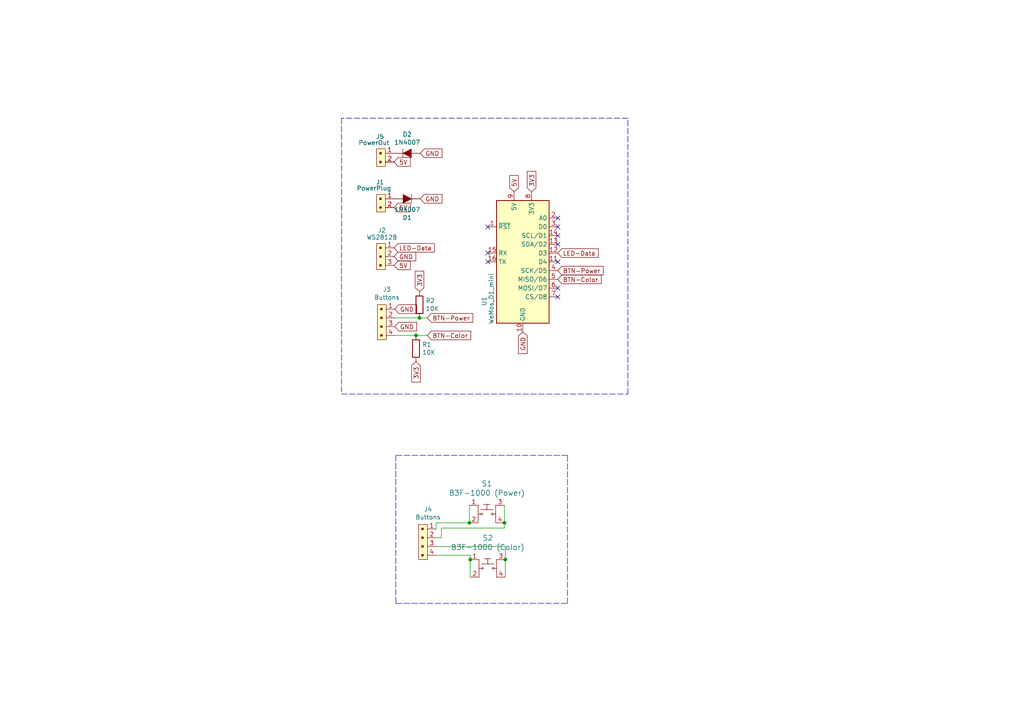
<source format=kicad_sch>
(kicad_sch
	(version 20250114)
	(generator "eeschema")
	(generator_version "9.0")
	(uuid "f20ba5e9-8b48-43c1-b5cc-40850add64a6")
	(paper "A4")
	(title_block
		(title "Hue Ambience clone")
		(date "2020-12-16")
		(rev "1.0")
		(company "Scheidler IT Solutions")
		(comment 1 "SmartHome yourself")
	)
	(lib_symbols
		(symbol "Device:R"
			(pin_numbers
				(hide yes)
			)
			(pin_names
				(offset 0)
			)
			(exclude_from_sim no)
			(in_bom yes)
			(on_board yes)
			(property "Reference" "R"
				(at 2.032 0 90)
				(effects
					(font
						(size 1.27 1.27)
					)
				)
			)
			(property "Value" "R"
				(at 0 0 90)
				(effects
					(font
						(size 1.27 1.27)
					)
				)
			)
			(property "Footprint" ""
				(at -1.778 0 90)
				(effects
					(font
						(size 1.27 1.27)
					)
					(hide yes)
				)
			)
			(property "Datasheet" "~"
				(at 0 0 0)
				(effects
					(font
						(size 1.27 1.27)
					)
					(hide yes)
				)
			)
			(property "Description" "Resistor"
				(at 0 0 0)
				(effects
					(font
						(size 1.27 1.27)
					)
					(hide yes)
				)
			)
			(property "ki_keywords" "R res resistor"
				(at 0 0 0)
				(effects
					(font
						(size 1.27 1.27)
					)
					(hide yes)
				)
			)
			(property "ki_fp_filters" "R_*"
				(at 0 0 0)
				(effects
					(font
						(size 1.27 1.27)
					)
					(hide yes)
				)
			)
			(symbol "R_0_1"
				(rectangle
					(start -1.016 -2.54)
					(end 1.016 2.54)
					(stroke
						(width 0.254)
						(type default)
					)
					(fill
						(type none)
					)
				)
			)
			(symbol "R_1_1"
				(pin passive line
					(at 0 3.81 270)
					(length 1.27)
					(name "~"
						(effects
							(font
								(size 1.27 1.27)
							)
						)
					)
					(number "1"
						(effects
							(font
								(size 1.27 1.27)
							)
						)
					)
				)
				(pin passive line
					(at 0 -3.81 90)
					(length 1.27)
					(name "~"
						(effects
							(font
								(size 1.27 1.27)
							)
						)
					)
					(number "2"
						(effects
							(font
								(size 1.27 1.27)
							)
						)
					)
				)
			)
			(embedded_fonts no)
		)
		(symbol "Hue_Ambience_clone-rescue:D-hc-und-co"
			(pin_numbers
				(hide yes)
			)
			(pin_names
				(offset 1.016)
				(hide yes)
			)
			(exclude_from_sim no)
			(in_bom yes)
			(on_board yes)
			(property "Reference" "D"
				(at 0 2.54 0)
				(effects
					(font
						(size 1.27 1.27)
					)
				)
			)
			(property "Value" "D-hc-und-co"
				(at 0 -2.54 0)
				(effects
					(font
						(size 1.27 1.27)
					)
				)
			)
			(property "Footprint" ""
				(at 0 0 0)
				(effects
					(font
						(size 1.27 1.27)
					)
				)
			)
			(property "Datasheet" ""
				(at 0 0 0)
				(effects
					(font
						(size 1.27 1.27)
					)
				)
			)
			(property "Description" ""
				(at 0 0 0)
				(effects
					(font
						(size 1.27 1.27)
					)
					(hide yes)
				)
			)
			(property "ki_fp_filters" "Diode_* D-Pak_TO252AA *SingleDiode *_Diode_* *SingleDiode*"
				(at 0 0 0)
				(effects
					(font
						(size 1.27 1.27)
					)
					(hide yes)
				)
			)
			(symbol "D-hc-und-co_0_1"
				(polyline
					(pts
						(xy -1.27 1.27) (xy -1.27 -1.27)
					)
					(stroke
						(width 0.1524)
						(type solid)
					)
					(fill
						(type none)
					)
				)
				(polyline
					(pts
						(xy 1.27 1.27) (xy -1.27 0) (xy 1.27 -1.27)
					)
					(stroke
						(width 0)
						(type solid)
					)
					(fill
						(type outline)
					)
				)
			)
			(symbol "D-hc-und-co_1_1"
				(pin passive line
					(at -3.81 0 0)
					(length 2.54)
					(name "K"
						(effects
							(font
								(size 1.27 1.27)
							)
						)
					)
					(number "2"
						(effects
							(font
								(size 1.27 1.27)
							)
						)
					)
				)
				(pin passive line
					(at 3.81 0 180)
					(length 2.54)
					(name "A"
						(effects
							(font
								(size 1.27 1.27)
							)
						)
					)
					(number "1"
						(effects
							(font
								(size 1.27 1.27)
							)
						)
					)
				)
			)
			(embedded_fonts no)
		)
		(symbol "MCU_Module:WeMos_D1_mini"
			(exclude_from_sim no)
			(in_bom yes)
			(on_board yes)
			(property "Reference" "U"
				(at 3.81 19.05 0)
				(effects
					(font
						(size 1.27 1.27)
					)
					(justify left)
				)
			)
			(property "Value" "MCU_Module_WeMos_D1_mini"
				(at 1.27 -19.05 0)
				(effects
					(font
						(size 1.27 1.27)
					)
					(justify left)
				)
			)
			(property "Footprint" "Module:WEMOS_D1_mini_light"
				(at 0 -29.21 0)
				(effects
					(font
						(size 1.27 1.27)
					)
					(hide yes)
				)
			)
			(property "Datasheet" ""
				(at -46.99 -29.21 0)
				(effects
					(font
						(size 1.27 1.27)
					)
					(hide yes)
				)
			)
			(property "Description" ""
				(at 0 0 0)
				(effects
					(font
						(size 1.27 1.27)
					)
					(hide yes)
				)
			)
			(property "ki_fp_filters" "WEMOS*D1*mini*"
				(at 0 0 0)
				(effects
					(font
						(size 1.27 1.27)
					)
					(hide yes)
				)
			)
			(symbol "WeMos_D1_mini_1_1"
				(rectangle
					(start -7.62 17.78)
					(end 7.62 -17.78)
					(stroke
						(width 0.254)
						(type solid)
					)
					(fill
						(type background)
					)
				)
				(pin input line
					(at -10.16 10.16 0)
					(length 2.54)
					(name "~{RST}"
						(effects
							(font
								(size 1.27 1.27)
							)
						)
					)
					(number "1"
						(effects
							(font
								(size 1.27 1.27)
							)
						)
					)
				)
				(pin input line
					(at -10.16 2.54 0)
					(length 2.54)
					(name "RX"
						(effects
							(font
								(size 1.27 1.27)
							)
						)
					)
					(number "15"
						(effects
							(font
								(size 1.27 1.27)
							)
						)
					)
				)
				(pin output line
					(at -10.16 0 0)
					(length 2.54)
					(name "TX"
						(effects
							(font
								(size 1.27 1.27)
							)
						)
					)
					(number "16"
						(effects
							(font
								(size 1.27 1.27)
							)
						)
					)
				)
				(pin power_in line
					(at -2.54 20.32 270)
					(length 2.54)
					(name "5V"
						(effects
							(font
								(size 1.27 1.27)
							)
						)
					)
					(number "9"
						(effects
							(font
								(size 1.27 1.27)
							)
						)
					)
				)
				(pin power_in line
					(at 0 -20.32 90)
					(length 2.54)
					(name "GND"
						(effects
							(font
								(size 1.27 1.27)
							)
						)
					)
					(number "10"
						(effects
							(font
								(size 1.27 1.27)
							)
						)
					)
				)
				(pin power_out line
					(at 2.54 20.32 270)
					(length 2.54)
					(name "3V3"
						(effects
							(font
								(size 1.27 1.27)
							)
						)
					)
					(number "8"
						(effects
							(font
								(size 1.27 1.27)
							)
						)
					)
				)
				(pin input line
					(at 10.16 12.7 180)
					(length 2.54)
					(name "A0"
						(effects
							(font
								(size 1.27 1.27)
							)
						)
					)
					(number "2"
						(effects
							(font
								(size 1.27 1.27)
							)
						)
					)
				)
				(pin bidirectional line
					(at 10.16 10.16 180)
					(length 2.54)
					(name "D0"
						(effects
							(font
								(size 1.27 1.27)
							)
						)
					)
					(number "3"
						(effects
							(font
								(size 1.27 1.27)
							)
						)
					)
				)
				(pin bidirectional line
					(at 10.16 7.62 180)
					(length 2.54)
					(name "SCL/D1"
						(effects
							(font
								(size 1.27 1.27)
							)
						)
					)
					(number "14"
						(effects
							(font
								(size 1.27 1.27)
							)
						)
					)
				)
				(pin bidirectional line
					(at 10.16 5.08 180)
					(length 2.54)
					(name "SDA/D2"
						(effects
							(font
								(size 1.27 1.27)
							)
						)
					)
					(number "13"
						(effects
							(font
								(size 1.27 1.27)
							)
						)
					)
				)
				(pin bidirectional line
					(at 10.16 2.54 180)
					(length 2.54)
					(name "D3"
						(effects
							(font
								(size 1.27 1.27)
							)
						)
					)
					(number "12"
						(effects
							(font
								(size 1.27 1.27)
							)
						)
					)
				)
				(pin bidirectional line
					(at 10.16 0 180)
					(length 2.54)
					(name "D4"
						(effects
							(font
								(size 1.27 1.27)
							)
						)
					)
					(number "11"
						(effects
							(font
								(size 1.27 1.27)
							)
						)
					)
				)
				(pin bidirectional line
					(at 10.16 -2.54 180)
					(length 2.54)
					(name "SCK/D5"
						(effects
							(font
								(size 1.27 1.27)
							)
						)
					)
					(number "4"
						(effects
							(font
								(size 1.27 1.27)
							)
						)
					)
				)
				(pin bidirectional line
					(at 10.16 -5.08 180)
					(length 2.54)
					(name "MISO/D6"
						(effects
							(font
								(size 1.27 1.27)
							)
						)
					)
					(number "5"
						(effects
							(font
								(size 1.27 1.27)
							)
						)
					)
				)
				(pin bidirectional line
					(at 10.16 -7.62 180)
					(length 2.54)
					(name "MOSI/D7"
						(effects
							(font
								(size 1.27 1.27)
							)
						)
					)
					(number "6"
						(effects
							(font
								(size 1.27 1.27)
							)
						)
					)
				)
				(pin bidirectional line
					(at 10.16 -10.16 180)
					(length 2.54)
					(name "CS/D8"
						(effects
							(font
								(size 1.27 1.27)
							)
						)
					)
					(number "7"
						(effects
							(font
								(size 1.27 1.27)
							)
						)
					)
				)
			)
			(embedded_fonts no)
		)
		(symbol "dk_Rectangular-Connectors-Headers-Male-Pins:0022232031"
			(pin_names
				(offset 1.016)
			)
			(exclude_from_sim no)
			(in_bom yes)
			(on_board yes)
			(property "Reference" "J"
				(at -2.54 1.27 0)
				(effects
					(font
						(size 1.27 1.27)
					)
					(justify right)
				)
			)
			(property "Value" "0022232031"
				(at 2.54 -3.81 0)
				(effects
					(font
						(size 1.27 1.27)
					)
				)
			)
			(property "Footprint" "digikey-footprints:PinHeader_1x3_P2.54mm_Drill1.02mm"
				(at 5.08 5.08 0)
				(effects
					(font
						(size 1.524 1.524)
					)
					(justify left)
					(hide yes)
				)
			)
			(property "Datasheet" "https://www.molex.com/pdm_docs/sd/022232031_sd.pdf"
				(at 5.08 7.62 0)
				(effects
					(font
						(size 1.524 1.524)
					)
					(justify left)
					(hide yes)
				)
			)
			(property "Description" "CONN HEADER VERT 3POS 2.54MM"
				(at 0 0 0)
				(effects
					(font
						(size 1.27 1.27)
					)
					(hide yes)
				)
			)
			(property "Digi-Key_PN" "WM4201-ND"
				(at 5.08 10.16 0)
				(effects
					(font
						(size 1.524 1.524)
					)
					(justify left)
					(hide yes)
				)
			)
			(property "MPN" "0022232031"
				(at 5.08 12.7 0)
				(effects
					(font
						(size 1.524 1.524)
					)
					(justify left)
					(hide yes)
				)
			)
			(property "Category" "Connectors, Interconnects"
				(at 5.08 15.24 0)
				(effects
					(font
						(size 1.524 1.524)
					)
					(justify left)
					(hide yes)
				)
			)
			(property "Family" "Rectangular Connectors - Headers, Male Pins"
				(at 5.08 17.78 0)
				(effects
					(font
						(size 1.524 1.524)
					)
					(justify left)
					(hide yes)
				)
			)
			(property "DK_Datasheet_Link" "https://www.molex.com/pdm_docs/sd/022232031_sd.pdf"
				(at 5.08 20.32 0)
				(effects
					(font
						(size 1.524 1.524)
					)
					(justify left)
					(hide yes)
				)
			)
			(property "DK_Detail_Page" "/product-detail/en/molex/0022232031/WM4201-ND/26669"
				(at 5.08 22.86 0)
				(effects
					(font
						(size 1.524 1.524)
					)
					(justify left)
					(hide yes)
				)
			)
			(property "Description_1" "CONN HEADER VERT 3POS 2.54MM"
				(at 5.08 25.4 0)
				(effects
					(font
						(size 1.524 1.524)
					)
					(justify left)
					(hide yes)
				)
			)
			(property "Manufacturer" "Molex"
				(at 5.08 27.94 0)
				(effects
					(font
						(size 1.524 1.524)
					)
					(justify left)
					(hide yes)
				)
			)
			(property "Status" "Active"
				(at 5.08 30.48 0)
				(effects
					(font
						(size 1.524 1.524)
					)
					(justify left)
					(hide yes)
				)
			)
			(property "ki_keywords" "WM4201-ND KK 6373"
				(at 0 0 0)
				(effects
					(font
						(size 1.27 1.27)
					)
					(hide yes)
				)
			)
			(symbol "0022232031_1_1"
				(rectangle
					(start -1.27 0)
					(end 6.35 -2.54)
					(stroke
						(width 0)
						(type solid)
					)
					(fill
						(type background)
					)
				)
				(rectangle
					(start -0.254 -1.143)
					(end 0.254 -1.651)
					(stroke
						(width 0)
						(type solid)
					)
					(fill
						(type outline)
					)
				)
				(rectangle
					(start 2.286 -1.143)
					(end 2.794 -1.651)
					(stroke
						(width 0)
						(type solid)
					)
					(fill
						(type outline)
					)
				)
				(rectangle
					(start 4.826 -1.143)
					(end 5.334 -1.651)
					(stroke
						(width 0)
						(type solid)
					)
					(fill
						(type outline)
					)
				)
				(pin passive line
					(at 0 2.54 270)
					(length 2.54)
					(name "~"
						(effects
							(font
								(size 1.27 1.27)
							)
						)
					)
					(number "1"
						(effects
							(font
								(size 1.27 1.27)
							)
						)
					)
				)
				(pin passive line
					(at 2.54 2.54 270)
					(length 2.54)
					(name "~"
						(effects
							(font
								(size 1.27 1.27)
							)
						)
					)
					(number "2"
						(effects
							(font
								(size 1.27 1.27)
							)
						)
					)
				)
				(pin passive line
					(at 5.08 2.54 270)
					(length 2.54)
					(name "~"
						(effects
							(font
								(size 1.27 1.27)
							)
						)
					)
					(number "3"
						(effects
							(font
								(size 1.27 1.27)
							)
						)
					)
				)
			)
			(embedded_fonts no)
		)
		(symbol "dk_Rectangular-Connectors-Headers-Male-Pins:0022232041"
			(pin_names
				(offset 1.016)
			)
			(exclude_from_sim no)
			(in_bom yes)
			(on_board yes)
			(property "Reference" "J"
				(at -2.54 1.27 0)
				(effects
					(font
						(size 1.27 1.27)
					)
					(justify right)
				)
			)
			(property "Value" "0022232041"
				(at 3.81 -3.81 0)
				(effects
					(font
						(size 1.27 1.27)
					)
				)
			)
			(property "Footprint" "digikey-footprints:PinHeader_1x4_P2.54mm_Drill1.02mm"
				(at 5.08 5.08 0)
				(effects
					(font
						(size 1.524 1.524)
					)
					(justify left)
					(hide yes)
				)
			)
			(property "Datasheet" "https://www.molex.com/pdm_docs/sd/022232041_sd.pdf"
				(at 5.08 7.62 0)
				(effects
					(font
						(size 1.524 1.524)
					)
					(justify left)
					(hide yes)
				)
			)
			(property "Description" "CONN HEADER VERT 4POS 2.54MM"
				(at 0 0 0)
				(effects
					(font
						(size 1.27 1.27)
					)
					(hide yes)
				)
			)
			(property "Digi-Key_PN" "WM4202-ND"
				(at 5.08 10.16 0)
				(effects
					(font
						(size 1.524 1.524)
					)
					(justify left)
					(hide yes)
				)
			)
			(property "MPN" "0022232041"
				(at 5.08 12.7 0)
				(effects
					(font
						(size 1.524 1.524)
					)
					(justify left)
					(hide yes)
				)
			)
			(property "Category" "Connectors, Interconnects"
				(at 5.08 15.24 0)
				(effects
					(font
						(size 1.524 1.524)
					)
					(justify left)
					(hide yes)
				)
			)
			(property "Family" "Rectangular Connectors - Headers, Male Pins"
				(at 5.08 17.78 0)
				(effects
					(font
						(size 1.524 1.524)
					)
					(justify left)
					(hide yes)
				)
			)
			(property "DK_Datasheet_Link" "https://www.molex.com/pdm_docs/sd/022232041_sd.pdf"
				(at 5.08 20.32 0)
				(effects
					(font
						(size 1.524 1.524)
					)
					(justify left)
					(hide yes)
				)
			)
			(property "DK_Detail_Page" "/product-detail/en/molex/0022232041/WM4202-ND/26671"
				(at 5.08 22.86 0)
				(effects
					(font
						(size 1.524 1.524)
					)
					(justify left)
					(hide yes)
				)
			)
			(property "Description_1" "CONN HEADER VERT 4POS 2.54MM"
				(at 5.08 25.4 0)
				(effects
					(font
						(size 1.524 1.524)
					)
					(justify left)
					(hide yes)
				)
			)
			(property "Manufacturer" "Molex"
				(at 5.08 27.94 0)
				(effects
					(font
						(size 1.524 1.524)
					)
					(justify left)
					(hide yes)
				)
			)
			(property "Status" "Active"
				(at 5.08 30.48 0)
				(effects
					(font
						(size 1.524 1.524)
					)
					(justify left)
					(hide yes)
				)
			)
			(property "ki_keywords" "WM4202-ND KK 6373"
				(at 0 0 0)
				(effects
					(font
						(size 1.27 1.27)
					)
					(hide yes)
				)
			)
			(symbol "0022232041_1_1"
				(rectangle
					(start -1.27 0)
					(end 8.89 -2.54)
					(stroke
						(width 0)
						(type solid)
					)
					(fill
						(type background)
					)
				)
				(rectangle
					(start -0.254 -1.143)
					(end 0.254 -1.651)
					(stroke
						(width 0)
						(type solid)
					)
					(fill
						(type outline)
					)
				)
				(rectangle
					(start 2.286 -1.143)
					(end 2.794 -1.651)
					(stroke
						(width 0)
						(type solid)
					)
					(fill
						(type outline)
					)
				)
				(rectangle
					(start 4.826 -1.143)
					(end 5.334 -1.651)
					(stroke
						(width 0)
						(type solid)
					)
					(fill
						(type outline)
					)
				)
				(rectangle
					(start 7.366 -1.143)
					(end 7.874 -1.651)
					(stroke
						(width 0)
						(type solid)
					)
					(fill
						(type outline)
					)
				)
				(pin passive line
					(at 0 2.54 270)
					(length 2.54)
					(name "~"
						(effects
							(font
								(size 1.27 1.27)
							)
						)
					)
					(number "1"
						(effects
							(font
								(size 1.27 1.27)
							)
						)
					)
				)
				(pin passive line
					(at 2.54 2.54 270)
					(length 2.54)
					(name "~"
						(effects
							(font
								(size 1.27 1.27)
							)
						)
					)
					(number "2"
						(effects
							(font
								(size 1.27 1.27)
							)
						)
					)
				)
				(pin passive line
					(at 5.08 2.54 270)
					(length 2.54)
					(name "~"
						(effects
							(font
								(size 1.27 1.27)
							)
						)
					)
					(number "3"
						(effects
							(font
								(size 1.27 1.27)
							)
						)
					)
				)
				(pin passive line
					(at 7.62 2.54 270)
					(length 2.54)
					(name "~"
						(effects
							(font
								(size 1.27 1.27)
							)
						)
					)
					(number "4"
						(effects
							(font
								(size 1.27 1.27)
							)
						)
					)
				)
			)
			(embedded_fonts no)
		)
		(symbol "dk_Rectangular-Connectors-Headers-Male-Pins:22-23-2021"
			(pin_names
				(offset 1.016)
			)
			(exclude_from_sim no)
			(in_bom yes)
			(on_board yes)
			(property "Reference" "J"
				(at -2.54 1.27 0)
				(effects
					(font
						(size 1.27 1.27)
					)
					(justify right)
				)
			)
			(property "Value" "22-23-2021"
				(at 1.27 -3.81 0)
				(effects
					(font
						(size 1.27 1.27)
					)
				)
			)
			(property "Footprint" "digikey-footprints:PinHeader_1x2_P2.54mm_Drill1.02mm"
				(at 5.08 5.08 0)
				(effects
					(font
						(size 1.524 1.524)
					)
					(justify left)
					(hide yes)
				)
			)
			(property "Datasheet" "https://media.digikey.com/pdf/Data%20Sheets/Molex%20PDFs/A-6373-N_Series_Dwg_2010-12-03.pdf"
				(at 5.08 7.62 0)
				(effects
					(font
						(size 1.524 1.524)
					)
					(justify left)
					(hide yes)
				)
			)
			(property "Description" "CONN HEADER VERT 2POS 2.54MM"
				(at 0 0 0)
				(effects
					(font
						(size 1.27 1.27)
					)
					(hide yes)
				)
			)
			(property "Digi-Key_PN" "WM4200-ND"
				(at 5.08 10.16 0)
				(effects
					(font
						(size 1.524 1.524)
					)
					(justify left)
					(hide yes)
				)
			)
			(property "MPN" "22-23-2021"
				(at 5.08 12.7 0)
				(effects
					(font
						(size 1.524 1.524)
					)
					(justify left)
					(hide yes)
				)
			)
			(property "Category" "Connectors, Interconnects"
				(at 5.08 15.24 0)
				(effects
					(font
						(size 1.524 1.524)
					)
					(justify left)
					(hide yes)
				)
			)
			(property "Family" "Rectangular Connectors - Headers, Male Pins"
				(at 5.08 17.78 0)
				(effects
					(font
						(size 1.524 1.524)
					)
					(justify left)
					(hide yes)
				)
			)
			(property "DK_Datasheet_Link" "https://media.digikey.com/pdf/Data%20Sheets/Molex%20PDFs/A-6373-N_Series_Dwg_2010-12-03.pdf"
				(at 5.08 20.32 0)
				(effects
					(font
						(size 1.524 1.524)
					)
					(justify left)
					(hide yes)
				)
			)
			(property "DK_Detail_Page" "/product-detail/en/molex/22-23-2021/WM4200-ND/26667"
				(at 5.08 22.86 0)
				(effects
					(font
						(size 1.524 1.524)
					)
					(justify left)
					(hide yes)
				)
			)
			(property "Description_1" "CONN HEADER VERT 2POS 2.54MM"
				(at 5.08 25.4 0)
				(effects
					(font
						(size 1.524 1.524)
					)
					(justify left)
					(hide yes)
				)
			)
			(property "Manufacturer" "Molex"
				(at 5.08 27.94 0)
				(effects
					(font
						(size 1.524 1.524)
					)
					(justify left)
					(hide yes)
				)
			)
			(property "Status" "Active"
				(at 5.08 30.48 0)
				(effects
					(font
						(size 1.524 1.524)
					)
					(justify left)
					(hide yes)
				)
			)
			(property "ki_keywords" "WM4200-ND KK 6373"
				(at 0 0 0)
				(effects
					(font
						(size 1.27 1.27)
					)
					(hide yes)
				)
			)
			(symbol "22-23-2021_1_1"
				(rectangle
					(start -1.27 0)
					(end 3.81 -2.54)
					(stroke
						(width 0)
						(type solid)
					)
					(fill
						(type background)
					)
				)
				(rectangle
					(start -0.254 -1.143)
					(end 0.254 -1.651)
					(stroke
						(width 0)
						(type solid)
					)
					(fill
						(type outline)
					)
				)
				(rectangle
					(start 2.286 -1.143)
					(end 2.794 -1.651)
					(stroke
						(width 0)
						(type solid)
					)
					(fill
						(type outline)
					)
				)
				(pin passive line
					(at 0 2.54 270)
					(length 2.54)
					(name "~"
						(effects
							(font
								(size 1.27 1.27)
							)
						)
					)
					(number "1"
						(effects
							(font
								(size 1.27 1.27)
							)
						)
					)
				)
				(pin passive line
					(at 2.54 2.54 270)
					(length 2.54)
					(name "~"
						(effects
							(font
								(size 1.27 1.27)
							)
						)
					)
					(number "2"
						(effects
							(font
								(size 1.27 1.27)
							)
						)
					)
				)
			)
			(embedded_fonts no)
		)
		(symbol "dk_Tactile-Switches:B3F-1000"
			(pin_names
				(offset 1.016)
			)
			(exclude_from_sim no)
			(in_bom yes)
			(on_board yes)
			(property "Reference" "S"
				(at 0 5.08 0)
				(effects
					(font
						(size 1.524 1.524)
					)
				)
			)
			(property "Value" "B3F-1000"
				(at 0 -5.08 0)
				(effects
					(font
						(size 1.524 1.524)
					)
				)
			)
			(property "Footprint" "digikey-footprints:Switch_Tactile_THT_B3F-1xxx"
				(at 5.08 5.08 0)
				(effects
					(font
						(size 1.524 1.524)
					)
					(justify left)
					(hide yes)
				)
			)
			(property "Datasheet" "https://omronfs.omron.com/en_US/ecb/products/pdf/en-b3f.pdf"
				(at 5.08 7.62 0)
				(effects
					(font
						(size 1.524 1.524)
					)
					(justify left)
					(hide yes)
				)
			)
			(property "Description" "SWITCH TACTILE SPST-NO 0.05A 24V"
				(at 0 0 0)
				(effects
					(font
						(size 1.27 1.27)
					)
					(hide yes)
				)
			)
			(property "Digi-Key_PN" "SW400-ND"
				(at 5.08 10.16 0)
				(effects
					(font
						(size 1.524 1.524)
					)
					(justify left)
					(hide yes)
				)
			)
			(property "MPN" "B3F-1000"
				(at 5.08 12.7 0)
				(effects
					(font
						(size 1.524 1.524)
					)
					(justify left)
					(hide yes)
				)
			)
			(property "Category" "Switches"
				(at 5.08 15.24 0)
				(effects
					(font
						(size 1.524 1.524)
					)
					(justify left)
					(hide yes)
				)
			)
			(property "Family" "Tactile Switches"
				(at 5.08 17.78 0)
				(effects
					(font
						(size 1.524 1.524)
					)
					(justify left)
					(hide yes)
				)
			)
			(property "DK_Datasheet_Link" "https://omronfs.omron.com/en_US/ecb/products/pdf/en-b3f.pdf"
				(at 5.08 20.32 0)
				(effects
					(font
						(size 1.524 1.524)
					)
					(justify left)
					(hide yes)
				)
			)
			(property "DK_Detail_Page" "/product-detail/en/omron-electronics-inc-emc-div/B3F-1000/SW400-ND/33150"
				(at 5.08 22.86 0)
				(effects
					(font
						(size 1.524 1.524)
					)
					(justify left)
					(hide yes)
				)
			)
			(property "Description_1" "SWITCH TACTILE SPST-NO 0.05A 24V"
				(at 5.08 25.4 0)
				(effects
					(font
						(size 1.524 1.524)
					)
					(justify left)
					(hide yes)
				)
			)
			(property "Manufacturer" "Omron Electronics Inc-EMC Div"
				(at 5.08 27.94 0)
				(effects
					(font
						(size 1.524 1.524)
					)
					(justify left)
					(hide yes)
				)
			)
			(property "Status" "Active"
				(at 5.08 30.48 0)
				(effects
					(font
						(size 1.524 1.524)
					)
					(justify left)
					(hide yes)
				)
			)
			(property "ki_keywords" "SW400-ND B3F"
				(at 0 0 0)
				(effects
					(font
						(size 1.27 1.27)
					)
					(hide yes)
				)
			)
			(symbol "B3F-1000_0_1"
				(polyline
					(pts
						(xy -2.54 2.54) (xy -2.54 -2.54)
					)
					(stroke
						(width 0)
						(type solid)
					)
					(fill
						(type none)
					)
				)
				(polyline
					(pts
						(xy -1.778 1.27) (xy 1.778 1.27)
					)
					(stroke
						(width 0)
						(type solid)
					)
					(fill
						(type none)
					)
				)
				(polyline
					(pts
						(xy -1.778 0) (xy -2.54 0)
					)
					(stroke
						(width 0)
						(type solid)
					)
					(fill
						(type none)
					)
				)
				(circle
					(center -1.524 0)
					(radius 0.254)
					(stroke
						(width 0)
						(type solid)
					)
					(fill
						(type none)
					)
				)
				(circle
					(center 1.524 0)
					(radius 0.254)
					(stroke
						(width 0)
						(type solid)
					)
					(fill
						(type none)
					)
				)
				(polyline
					(pts
						(xy 2.54 0) (xy 1.778 0)
					)
					(stroke
						(width 0)
						(type solid)
					)
					(fill
						(type none)
					)
				)
				(polyline
					(pts
						(xy 2.54 -2.54) (xy 2.54 2.54)
					)
					(stroke
						(width 0)
						(type solid)
					)
					(fill
						(type none)
					)
				)
			)
			(symbol "B3F-1000_1_1"
				(polyline
					(pts
						(xy -1.016 2.794) (xy 0.889 2.794)
					)
					(stroke
						(width 0)
						(type solid)
					)
					(fill
						(type none)
					)
				)
				(polyline
					(pts
						(xy 0 2.794) (xy 0 1.27)
					)
					(stroke
						(width 0)
						(type solid)
					)
					(fill
						(type none)
					)
				)
				(pin passive line
					(at -5.08 2.54 0)
					(length 2.54)
					(name "~"
						(effects
							(font
								(size 1.27 1.27)
							)
						)
					)
					(number "1"
						(effects
							(font
								(size 1.27 1.27)
							)
						)
					)
				)
				(pin passive line
					(at -5.08 -2.54 0)
					(length 2.54)
					(name "~"
						(effects
							(font
								(size 1.27 1.27)
							)
						)
					)
					(number "2"
						(effects
							(font
								(size 1.27 1.27)
							)
						)
					)
				)
				(pin passive line
					(at 5.08 2.54 180)
					(length 2.54)
					(name "~"
						(effects
							(font
								(size 1.27 1.27)
							)
						)
					)
					(number "3"
						(effects
							(font
								(size 1.27 1.27)
							)
						)
					)
				)
				(pin passive line
					(at 5.08 -2.54 180)
					(length 2.54)
					(name "~"
						(effects
							(font
								(size 1.27 1.27)
							)
						)
					)
					(number "4"
						(effects
							(font
								(size 1.27 1.27)
							)
						)
					)
				)
			)
			(embedded_fonts no)
		)
	)
	(junction
		(at 121.666 92.202)
		(diameter 0)
		(color 0 0 0 0)
		(uuid "019c12d2-da98-4698-a105-e480abcc30d8")
	)
	(junction
		(at 120.65 97.282)
		(diameter 0)
		(color 0 0 0 0)
		(uuid "02215623-1476-4b48-98cd-a161d4e5991c")
	)
	(junction
		(at 136.144 151.638)
		(diameter 0)
		(color 0 0 0 0)
		(uuid "04ea5c7c-2b2c-49c6-af27-d30f7036e73c")
	)
	(junction
		(at 136.398 162.306)
		(diameter 0)
		(color 0 0 0 0)
		(uuid "321d5a86-f928-436c-860e-8849884e8f31")
	)
	(junction
		(at 146.304 151.638)
		(diameter 0)
		(color 0 0 0 0)
		(uuid "84f3b54e-d326-44f6-ab93-d37df1fab9d2")
	)
	(junction
		(at 146.558 162.306)
		(diameter 0)
		(color 0 0 0 0)
		(uuid "90a1e0c6-0d53-46ca-8139-ba91a68ed99a")
	)
	(no_connect
		(at 161.798 63.246)
		(uuid "5198c00c-d81a-42ea-8745-8df3167a419d")
	)
	(no_connect
		(at 161.798 70.866)
		(uuid "6ee1c180-c058-495c-9256-a4c8b0e4fdcd")
	)
	(no_connect
		(at 141.478 73.406)
		(uuid "70541c52-1628-42d8-82ad-553588a6468a")
	)
	(no_connect
		(at 161.798 75.946)
		(uuid "71831379-ccad-42d8-8f90-3bf7645bf6b0")
	)
	(no_connect
		(at 141.478 75.946)
		(uuid "737409cb-0085-4cc3-be89-64e49c0be720")
	)
	(no_connect
		(at 161.798 68.326)
		(uuid "91b378e7-0f3f-4307-a410-35c9e5d9f1a7")
	)
	(no_connect
		(at 161.798 83.566)
		(uuid "a6837d70-deff-4e75-a740-d60e842b5032")
	)
	(no_connect
		(at 161.798 86.106)
		(uuid "b88787e6-c297-4ec2-8bc4-3b92313ca366")
	)
	(no_connect
		(at 161.798 65.786)
		(uuid "bedffd92-586f-43a4-b09e-fc553d5f3e0c")
	)
	(no_connect
		(at 141.478 65.786)
		(uuid "dd9bc3c1-36dc-4e0e-9550-db91dac09ce6")
	)
	(wire
		(pts
			(xy 126.492 155.956) (xy 128.016 155.956)
		)
		(stroke
			(width 0)
			(type default)
		)
		(uuid "0196a559-87d3-4e2b-b000-5416542657e7")
	)
	(wire
		(pts
			(xy 128.016 155.956) (xy 128.016 153.162)
		)
		(stroke
			(width 0)
			(type default)
		)
		(uuid "01fc8722-5b7c-44b7-8ead-537e9a4fac19")
	)
	(wire
		(pts
			(xy 126.492 158.496) (xy 146.558 158.496)
		)
		(stroke
			(width 0)
			(type default)
		)
		(uuid "088739c0-6037-4f35-884e-6c8fc995ad0d")
	)
	(wire
		(pts
			(xy 146.304 153.162) (xy 146.304 151.638)
		)
		(stroke
			(width 0)
			(type default)
		)
		(uuid "1e39fa1e-52f5-4ca8-8e3e-8ecfdaf44dfb")
	)
	(wire
		(pts
			(xy 146.558 162.306) (xy 146.558 167.386)
		)
		(stroke
			(width 0)
			(type default)
		)
		(uuid "28313359-0d97-446d-8c3e-dea550eb62a4")
	)
	(wire
		(pts
			(xy 121.666 92.202) (xy 123.952 92.202)
		)
		(stroke
			(width 0)
			(type default)
		)
		(uuid "481bccf2-3769-4bc9-bd8a-8e75bcd128e6")
	)
	(polyline
		(pts
			(xy 99.06 34.29) (xy 99.06 114.3)
		)
		(stroke
			(width 0)
			(type dash)
		)
		(uuid "67df9915-634c-4a18-b26a-a00b00133365")
	)
	(wire
		(pts
			(xy 114.554 92.202) (xy 121.666 92.202)
		)
		(stroke
			(width 0)
			(type default)
		)
		(uuid "6f9ad063-98ec-4e15-aa90-92de23f0d2e1")
	)
	(wire
		(pts
			(xy 136.398 167.386) (xy 136.398 162.306)
		)
		(stroke
			(width 0)
			(type default)
		)
		(uuid "707d8cf6-9e34-41f3-8e7f-eb242f9f4cb2")
	)
	(polyline
		(pts
			(xy 182.118 34.29) (xy 99.06 34.29)
		)
		(stroke
			(width 0)
			(type dash)
		)
		(uuid "75d0e254-b797-4751-9d0e-059a76885b69")
	)
	(wire
		(pts
			(xy 146.558 158.496) (xy 146.558 162.306)
		)
		(stroke
			(width 0)
			(type default)
		)
		(uuid "9646d74e-931e-4c0b-9273-550738db7918")
	)
	(polyline
		(pts
			(xy 164.592 132.08) (xy 114.808 132.08)
		)
		(stroke
			(width 0)
			(type dash)
		)
		(uuid "96ea00ac-86b7-4c40-99bb-5ed24de10e96")
	)
	(wire
		(pts
			(xy 136.398 161.036) (xy 126.492 161.036)
		)
		(stroke
			(width 0)
			(type default)
		)
		(uuid "ac1219d6-2194-46f5-9b36-51f4f164a11d")
	)
	(polyline
		(pts
			(xy 114.808 175.006) (xy 164.592 175.006)
		)
		(stroke
			(width 0)
			(type dash)
		)
		(uuid "b6e8fe0a-be85-43fa-afed-33ac510d325a")
	)
	(polyline
		(pts
			(xy 114.808 132.08) (xy 114.808 175.006)
		)
		(stroke
			(width 0)
			(type dash)
		)
		(uuid "d1dfeb40-cb5a-4fbb-bfac-a1b6eb0b6821")
	)
	(wire
		(pts
			(xy 114.554 97.282) (xy 120.65 97.282)
		)
		(stroke
			(width 0)
			(type default)
		)
		(uuid "d48f2dad-5275-415e-81fa-7dcd5c4afb21")
	)
	(polyline
		(pts
			(xy 182.118 114.3) (xy 182.118 34.29)
		)
		(stroke
			(width 0)
			(type dash)
		)
		(uuid "dbaee8c4-5644-47da-9979-99c3c57189fd")
	)
	(wire
		(pts
			(xy 136.144 146.558) (xy 136.144 151.638)
		)
		(stroke
			(width 0)
			(type default)
		)
		(uuid "dc9b7e9c-c7f2-4aa6-aa97-96f5f10c1b83")
	)
	(wire
		(pts
			(xy 120.65 97.282) (xy 123.952 97.282)
		)
		(stroke
			(width 0)
			(type default)
		)
		(uuid "df72f66d-e7f5-4a0e-9e14-334124253183")
	)
	(wire
		(pts
			(xy 126.492 151.638) (xy 126.492 153.416)
		)
		(stroke
			(width 0)
			(type default)
		)
		(uuid "e29a0f83-4201-4740-85d2-0e9f878f27d7")
	)
	(wire
		(pts
			(xy 136.398 162.306) (xy 136.398 161.036)
		)
		(stroke
			(width 0)
			(type default)
		)
		(uuid "e8cbf930-ecff-4cbb-8f1f-dc78ffa10de1")
	)
	(wire
		(pts
			(xy 128.016 153.162) (xy 146.304 153.162)
		)
		(stroke
			(width 0)
			(type default)
		)
		(uuid "f129d375-a7fe-403a-8985-5da3ff8bbe1b")
	)
	(polyline
		(pts
			(xy 164.592 175.006) (xy 164.592 132.08)
		)
		(stroke
			(width 0)
			(type dash)
		)
		(uuid "f84123d2-569a-4ad7-b606-ec85836e8bff")
	)
	(wire
		(pts
			(xy 136.144 151.638) (xy 126.492 151.638)
		)
		(stroke
			(width 0)
			(type default)
		)
		(uuid "f8af30ec-916c-480f-81f0-d720a3e63c4c")
	)
	(wire
		(pts
			(xy 146.304 151.638) (xy 146.304 146.558)
		)
		(stroke
			(width 0)
			(type default)
		)
		(uuid "f935025a-66aa-49af-b062-e431fbe22f37")
	)
	(polyline
		(pts
			(xy 99.06 114.3) (xy 182.118 114.3)
		)
		(stroke
			(width 0)
			(type dash)
		)
		(uuid "fb3cf872-973a-4010-94dc-5784d4e1fd0a")
	)
	(global_label "BTN-Power"
		(shape input)
		(at 161.798 78.486 0)
		(effects
			(font
				(size 1.27 1.27)
			)
			(justify left)
		)
		(uuid "0d9bc5df-732f-4cf4-8e73-1d0cf55356ed")
		(property "Intersheetrefs" "${INTERSHEET_REFS}"
			(at 161.798 78.486 0)
			(effects
				(font
					(size 1.27 1.27)
				)
				(hide yes)
			)
		)
	)
	(global_label "GND"
		(shape input)
		(at 114.554 89.662 0)
		(effects
			(font
				(size 1.27 1.27)
			)
			(justify left)
		)
		(uuid "13752292-dd6c-4141-84bf-70e7c31b0cdf")
		(property "Intersheetrefs" "${INTERSHEET_REFS}"
			(at 114.554 89.662 0)
			(effects
				(font
					(size 1.27 1.27)
				)
				(hide yes)
			)
		)
	)
	(global_label "5V"
		(shape input)
		(at 114.3 46.99 0)
		(effects
			(font
				(size 1.27 1.27)
			)
			(justify left)
		)
		(uuid "22c49a0e-1330-42df-91a0-58712dab5a2a")
		(property "Intersheetrefs" "${INTERSHEET_REFS}"
			(at 114.3 46.99 0)
			(effects
				(font
					(size 1.27 1.27)
				)
				(hide yes)
			)
		)
	)
	(global_label "BTN-Color"
		(shape input)
		(at 123.952 97.282 0)
		(effects
			(font
				(size 1.27 1.27)
			)
			(justify left)
		)
		(uuid "23ecfbbb-397e-4ac7-8396-b2d7fba3a0c4")
		(property "Intersheetrefs" "${INTERSHEET_REFS}"
			(at 123.952 97.282 0)
			(effects
				(font
					(size 1.27 1.27)
				)
				(hide yes)
			)
		)
	)
	(global_label "5V"
		(shape input)
		(at 114.3 60.198 0)
		(effects
			(font
				(size 1.27 1.27)
			)
			(justify left)
		)
		(uuid "243c5256-449d-401a-8078-41130f15512b")
		(property "Intersheetrefs" "${INTERSHEET_REFS}"
			(at 114.3 60.198 0)
			(effects
				(font
					(size 1.27 1.27)
				)
				(hide yes)
			)
		)
	)
	(global_label "GND"
		(shape input)
		(at 121.92 44.45 0)
		(effects
			(font
				(size 1.27 1.27)
			)
			(justify left)
		)
		(uuid "46307bd1-9bd5-4746-bd4f-1e73c6de5304")
		(property "Intersheetrefs" "${INTERSHEET_REFS}"
			(at 121.92 44.45 0)
			(effects
				(font
					(size 1.27 1.27)
				)
				(hide yes)
			)
		)
	)
	(global_label "GND"
		(shape input)
		(at 151.638 96.266 270)
		(effects
			(font
				(size 1.27 1.27)
			)
			(justify right)
		)
		(uuid "4ab1ab37-0819-470e-b9af-ff22805aeced")
		(property "Intersheetrefs" "${INTERSHEET_REFS}"
			(at 151.638 96.266 0)
			(effects
				(font
					(size 1.27 1.27)
				)
				(hide yes)
			)
		)
	)
	(global_label "GND"
		(shape input)
		(at 114.554 94.742 0)
		(effects
			(font
				(size 1.27 1.27)
			)
			(justify left)
		)
		(uuid "5ecf105e-66b0-4d51-917c-581502dfae1c")
		(property "Intersheetrefs" "${INTERSHEET_REFS}"
			(at 114.554 94.742 0)
			(effects
				(font
					(size 1.27 1.27)
				)
				(hide yes)
			)
		)
	)
	(global_label "3V3"
		(shape input)
		(at 121.666 84.582 90)
		(effects
			(font
				(size 1.27 1.27)
			)
			(justify left)
		)
		(uuid "77c4a0c9-d793-473a-b415-b9590bb001c6")
		(property "Intersheetrefs" "${INTERSHEET_REFS}"
			(at 121.666 84.582 0)
			(effects
				(font
					(size 1.27 1.27)
				)
				(hide yes)
			)
		)
	)
	(global_label "GND"
		(shape input)
		(at 121.92 57.658 0)
		(effects
			(font
				(size 1.27 1.27)
			)
			(justify left)
		)
		(uuid "8a230074-829b-474d-9b2c-e481c3e202e1")
		(property "Intersheetrefs" "${INTERSHEET_REFS}"
			(at 121.92 57.658 0)
			(effects
				(font
					(size 1.27 1.27)
				)
				(hide yes)
			)
		)
	)
	(global_label "BTN-Power"
		(shape input)
		(at 123.952 92.202 0)
		(effects
			(font
				(size 1.27 1.27)
			)
			(justify left)
		)
		(uuid "999d9883-f88b-4f77-b6aa-73aeec208dcc")
		(property "Intersheetrefs" "${INTERSHEET_REFS}"
			(at 123.952 92.202 0)
			(effects
				(font
					(size 1.27 1.27)
				)
				(hide yes)
			)
		)
	)
	(global_label "LED-Data"
		(shape input)
		(at 114.3 71.882 0)
		(effects
			(font
				(size 1.27 1.27)
			)
			(justify left)
		)
		(uuid "ae202956-724e-4702-9d48-48c0da5b4ed8")
		(property "Intersheetrefs" "${INTERSHEET_REFS}"
			(at 114.3 71.882 0)
			(effects
				(font
					(size 1.27 1.27)
				)
				(hide yes)
			)
		)
	)
	(global_label "GND"
		(shape input)
		(at 114.3 74.422 0)
		(effects
			(font
				(size 1.27 1.27)
			)
			(justify left)
		)
		(uuid "ba2b7d8c-c514-4925-9769-a3558141d788")
		(property "Intersheetrefs" "${INTERSHEET_REFS}"
			(at 114.3 74.422 0)
			(effects
				(font
					(size 1.27 1.27)
				)
				(hide yes)
			)
		)
	)
	(global_label "BTN-Color"
		(shape input)
		(at 161.798 81.026 0)
		(effects
			(font
				(size 1.27 1.27)
			)
			(justify left)
		)
		(uuid "d0f87325-a205-4599-bc30-4608458bbf03")
		(property "Intersheetrefs" "${INTERSHEET_REFS}"
			(at 161.798 81.026 0)
			(effects
				(font
					(size 1.27 1.27)
				)
				(hide yes)
			)
		)
	)
	(global_label "LED-Data"
		(shape input)
		(at 161.798 73.406 0)
		(effects
			(font
				(size 1.27 1.27)
			)
			(justify left)
		)
		(uuid "d8bd2db6-5638-4777-aba4-d0b984b3d090")
		(property "Intersheetrefs" "${INTERSHEET_REFS}"
			(at 161.798 73.406 0)
			(effects
				(font
					(size 1.27 1.27)
				)
				(hide yes)
			)
		)
	)
	(global_label "5V"
		(shape input)
		(at 114.3 76.962 0)
		(effects
			(font
				(size 1.27 1.27)
			)
			(justify left)
		)
		(uuid "da4279a1-dafb-46ce-8559-d58685850935")
		(property "Intersheetrefs" "${INTERSHEET_REFS}"
			(at 114.3 76.962 0)
			(effects
				(font
					(size 1.27 1.27)
				)
				(hide yes)
			)
		)
	)
	(global_label "3V3"
		(shape input)
		(at 154.178 55.626 90)
		(effects
			(font
				(size 1.27 1.27)
			)
			(justify left)
		)
		(uuid "e45096b6-f4b3-4be8-9fc8-bf52b6413d64")
		(property "Intersheetrefs" "${INTERSHEET_REFS}"
			(at 154.178 55.626 0)
			(effects
				(font
					(size 1.27 1.27)
				)
				(hide yes)
			)
		)
	)
	(global_label "5V"
		(shape input)
		(at 149.098 55.626 90)
		(effects
			(font
				(size 1.27 1.27)
			)
			(justify left)
		)
		(uuid "ebf98033-9bc9-4696-8828-1ff6ffb2e1c8")
		(property "Intersheetrefs" "${INTERSHEET_REFS}"
			(at 149.098 55.626 0)
			(effects
				(font
					(size 1.27 1.27)
				)
				(hide yes)
			)
		)
	)
	(global_label "3V3"
		(shape input)
		(at 120.65 104.902 270)
		(effects
			(font
				(size 1.27 1.27)
			)
			(justify right)
		)
		(uuid "f44f5778-f2c0-425c-898e-2f98c8bec321")
		(property "Intersheetrefs" "${INTERSHEET_REFS}"
			(at 120.65 104.902 0)
			(effects
				(font
					(size 1.27 1.27)
				)
				(hide yes)
			)
		)
	)
	(symbol
		(lib_id "MCU_Module:WeMos_D1_mini")
		(at 151.638 75.946 0)
		(unit 1)
		(exclude_from_sim no)
		(in_bom yes)
		(on_board yes)
		(dnp no)
		(uuid "00000000-0000-0000-0000-00005fd94e01")
		(property "Reference" "U1"
			(at 140.462 87.376 90)
			(effects
				(font
					(size 1.27 1.27)
				)
			)
		)
		(property "Value" "WeMos_D1_mini"
			(at 142.494 86.614 90)
			(effects
				(font
					(size 1.27 1.27)
				)
			)
		)
		(property "Footprint" "wemos-d1-mini:wemos-d1-mini-with-pin-header-and-connector"
			(at 151.638 105.156 0)
			(effects
				(font
					(size 1.27 1.27)
				)
				(hide yes)
			)
		)
		(property "Datasheet" "https://wiki.wemos.cc/products:d1:d1_mini#documentation"
			(at 104.648 105.156 0)
			(effects
				(font
					(size 1.27 1.27)
				)
				(hide yes)
			)
		)
		(property "Description" ""
			(at 151.638 75.946 0)
			(effects
				(font
					(size 1.27 1.27)
				)
			)
		)
		(pin "16"
			(uuid "1c1b53c6-113b-4fa5-9a7e-5321792b4e72")
		)
		(pin "15"
			(uuid "a33486cc-2abb-4f71-adfa-83318685e255")
		)
		(pin "13"
			(uuid "9768efa2-eef4-4ebe-97ef-6fee26e81560")
		)
		(pin "3"
			(uuid "71b51463-53ba-4f3a-816a-23104933f9a0")
		)
		(pin "9"
			(uuid "8df77b13-869d-4b81-8e57-d3d7c8ea9849")
		)
		(pin "14"
			(uuid "e1ae9e97-8a90-44af-98c4-5a521be142f0")
		)
		(pin "10"
			(uuid "b9ff52ed-c810-41e0-8b7f-0722d72452be")
		)
		(pin "1"
			(uuid "6d837e04-bc6f-435c-9d3c-0ffada0846b9")
		)
		(pin "12"
			(uuid "44914e94-aa01-4bc3-b119-3adfb407bb7a")
		)
		(pin "4"
			(uuid "39574556-46c9-4731-9119-e06abc95d276")
		)
		(pin "5"
			(uuid "bcf0e438-4b13-4c28-8cea-dc278a1899ca")
		)
		(pin "6"
			(uuid "329d09e9-fe38-44d3-a6e1-9f2d81d6f3f4")
		)
		(pin "8"
			(uuid "bf031dc3-bb11-4992-a8bd-5c97e8254dbf")
		)
		(pin "11"
			(uuid "600b410d-73e7-4d9a-a7c6-9780a84fa435")
		)
		(pin "2"
			(uuid "7654f67c-3fc3-43a2-87fe-2c4b129452a6")
		)
		(pin "7"
			(uuid "fddaa239-e1c4-467e-9df2-2f72a9008ab9")
		)
		(instances
			(project ""
				(path "/f20ba5e9-8b48-43c1-b5cc-40850add64a6"
					(reference "U1")
					(unit 1)
				)
			)
		)
	)
	(symbol
		(lib_id "dk_Rectangular-Connectors-Headers-Male-Pins:22-23-2021")
		(at 111.76 57.658 270)
		(unit 1)
		(exclude_from_sim no)
		(in_bom yes)
		(on_board yes)
		(dnp no)
		(uuid "00000000-0000-0000-0000-00005fd995ea")
		(property "Reference" "J1"
			(at 110.236 52.832 90)
			(effects
				(font
					(size 1.27 1.27)
				)
			)
		)
		(property "Value" "PowerPlug"
			(at 108.458 54.61 90)
			(effects
				(font
					(size 1.27 1.27)
				)
			)
		)
		(property "Footprint" "digikey-footprints:PinHeader_1x2_P2.54mm_Drill1.02mm"
			(at 116.84 62.738 0)
			(effects
				(font
					(size 1.524 1.524)
				)
				(justify left)
				(hide yes)
			)
		)
		(property "Datasheet" "https://media.digikey.com/pdf/Data%20Sheets/Molex%20PDFs/A-6373-N_Series_Dwg_2010-12-03.pdf"
			(at 119.38 62.738 0)
			(effects
				(font
					(size 1.524 1.524)
				)
				(justify left)
				(hide yes)
			)
		)
		(property "Description" ""
			(at 111.76 57.658 0)
			(effects
				(font
					(size 1.27 1.27)
				)
			)
		)
		(property "Digi-Key_PN" "WM4200-ND"
			(at 121.92 62.738 0)
			(effects
				(font
					(size 1.524 1.524)
				)
				(justify left)
				(hide yes)
			)
		)
		(property "MPN" "22-23-2021"
			(at 124.46 62.738 0)
			(effects
				(font
					(size 1.524 1.524)
				)
				(justify left)
				(hide yes)
			)
		)
		(property "Category" "Connectors, Interconnects"
			(at 127 62.738 0)
			(effects
				(font
					(size 1.524 1.524)
				)
				(justify left)
				(hide yes)
			)
		)
		(property "Family" "Rectangular Connectors - Headers, Male Pins"
			(at 129.54 62.738 0)
			(effects
				(font
					(size 1.524 1.524)
				)
				(justify left)
				(hide yes)
			)
		)
		(property "DK_Datasheet_Link" "https://media.digikey.com/pdf/Data%20Sheets/Molex%20PDFs/A-6373-N_Series_Dwg_2010-12-03.pdf"
			(at 132.08 62.738 0)
			(effects
				(font
					(size 1.524 1.524)
				)
				(justify left)
				(hide yes)
			)
		)
		(property "DK_Detail_Page" "/product-detail/en/molex/22-23-2021/WM4200-ND/26667"
			(at 134.62 62.738 0)
			(effects
				(font
					(size 1.524 1.524)
				)
				(justify left)
				(hide yes)
			)
		)
		(property "Description" "CONN HEADER VERT 2POS 2.54MM"
			(at 137.16 62.738 0)
			(effects
				(font
					(size 1.524 1.524)
				)
				(justify left)
				(hide yes)
			)
		)
		(property "Manufacturer" "Molex"
			(at 139.7 62.738 0)
			(effects
				(font
					(size 1.524 1.524)
				)
				(justify left)
				(hide yes)
			)
		)
		(property "Status" "Active"
			(at 142.24 62.738 0)
			(effects
				(font
					(size 1.524 1.524)
				)
				(justify left)
				(hide yes)
			)
		)
		(pin "2"
			(uuid "4c9ac277-03a0-48b6-8e85-e0fb5b296967")
		)
		(pin "1"
			(uuid "50c999d8-6aeb-412e-a0a6-8d88c77e8ba7")
		)
		(instances
			(project ""
				(path "/f20ba5e9-8b48-43c1-b5cc-40850add64a6"
					(reference "J1")
					(unit 1)
				)
			)
		)
	)
	(symbol
		(lib_id "Hue_Ambience_clone-rescue:D-hc-und-co")
		(at 118.11 57.658 180)
		(unit 1)
		(exclude_from_sim no)
		(in_bom yes)
		(on_board yes)
		(dnp no)
		(uuid "00000000-0000-0000-0000-00005fd9ecd2")
		(property "Reference" "D1"
			(at 118.11 63.119 0)
			(effects
				(font
					(size 1.27 1.27)
				)
			)
		)
		(property "Value" "1N4007"
			(at 118.11 60.8076 0)
			(effects
				(font
					(size 1.27 1.27)
				)
			)
		)
		(property "Footprint" "Diodes_THT:D_DO-41_SOD81_P12.70mm_Horizontal"
			(at 118.11 57.658 0)
			(effects
				(font
					(size 1.27 1.27)
				)
				(hide yes)
			)
		)
		(property "Datasheet" ""
			(at 118.11 57.658 0)
			(effects
				(font
					(size 1.27 1.27)
				)
			)
		)
		(property "Description" ""
			(at 118.11 57.658 0)
			(effects
				(font
					(size 1.27 1.27)
				)
			)
		)
		(pin "1"
			(uuid "40660945-1bb0-4ffd-a33b-e71e65e6d707")
		)
		(pin "2"
			(uuid "dc45efec-071b-4710-ac57-e605359c619c")
		)
		(instances
			(project ""
				(path "/f20ba5e9-8b48-43c1-b5cc-40850add64a6"
					(reference "D1")
					(unit 1)
				)
			)
		)
	)
	(symbol
		(lib_id "dk_Rectangular-Connectors-Headers-Male-Pins:0022232031")
		(at 111.76 71.882 270)
		(unit 1)
		(exclude_from_sim no)
		(in_bom yes)
		(on_board yes)
		(dnp no)
		(uuid "00000000-0000-0000-0000-00005fda2bcf")
		(property "Reference" "J2"
			(at 110.744 66.802 90)
			(effects
				(font
					(size 1.27 1.27)
				)
			)
		)
		(property "Value" "WS2812B"
			(at 110.744 68.834 90)
			(effects
				(font
					(size 1.27 1.27)
				)
			)
		)
		(property "Footprint" "digikey-footprints:PinHeader_1x3_P2.54mm_Drill1.02mm"
			(at 116.84 76.962 0)
			(effects
				(font
					(size 1.524 1.524)
				)
				(justify left)
				(hide yes)
			)
		)
		(property "Datasheet" "https://www.molex.com/pdm_docs/sd/022232031_sd.pdf"
			(at 119.38 76.962 0)
			(effects
				(font
					(size 1.524 1.524)
				)
				(justify left)
				(hide yes)
			)
		)
		(property "Description" ""
			(at 111.76 71.882 0)
			(effects
				(font
					(size 1.27 1.27)
				)
			)
		)
		(property "Digi-Key_PN" "WM4201-ND"
			(at 121.92 76.962 0)
			(effects
				(font
					(size 1.524 1.524)
				)
				(justify left)
				(hide yes)
			)
		)
		(property "MPN" "0022232031"
			(at 124.46 76.962 0)
			(effects
				(font
					(size 1.524 1.524)
				)
				(justify left)
				(hide yes)
			)
		)
		(property "Category" "Connectors, Interconnects"
			(at 127 76.962 0)
			(effects
				(font
					(size 1.524 1.524)
				)
				(justify left)
				(hide yes)
			)
		)
		(property "Family" "Rectangular Connectors - Headers, Male Pins"
			(at 129.54 76.962 0)
			(effects
				(font
					(size 1.524 1.524)
				)
				(justify left)
				(hide yes)
			)
		)
		(property "DK_Datasheet_Link" "https://www.molex.com/pdm_docs/sd/022232031_sd.pdf"
			(at 132.08 76.962 0)
			(effects
				(font
					(size 1.524 1.524)
				)
				(justify left)
				(hide yes)
			)
		)
		(property "DK_Detail_Page" "/product-detail/en/molex/0022232031/WM4201-ND/26669"
			(at 134.62 76.962 0)
			(effects
				(font
					(size 1.524 1.524)
				)
				(justify left)
				(hide yes)
			)
		)
		(property "Description" "CONN HEADER VERT 3POS 2.54MM"
			(at 137.16 76.962 0)
			(effects
				(font
					(size 1.524 1.524)
				)
				(justify left)
				(hide yes)
			)
		)
		(property "Manufacturer" "Molex"
			(at 139.7 76.962 0)
			(effects
				(font
					(size 1.524 1.524)
				)
				(justify left)
				(hide yes)
			)
		)
		(property "Status" "Active"
			(at 142.24 76.962 0)
			(effects
				(font
					(size 1.524 1.524)
				)
				(justify left)
				(hide yes)
			)
		)
		(pin "1"
			(uuid "8f6ec253-3654-4b20-af67-960f6397b798")
		)
		(pin "2"
			(uuid "4ab81255-4e49-42ab-8f38-62cf3c7aa459")
		)
		(pin "3"
			(uuid "c529c304-c1fd-4f88-9483-d9ae19352bb9")
		)
		(instances
			(project ""
				(path "/f20ba5e9-8b48-43c1-b5cc-40850add64a6"
					(reference "J2")
					(unit 1)
				)
			)
		)
	)
	(symbol
		(lib_id "dk_Rectangular-Connectors-Headers-Male-Pins:0022232041")
		(at 112.014 89.662 270)
		(unit 1)
		(exclude_from_sim no)
		(in_bom yes)
		(on_board yes)
		(dnp no)
		(uuid "00000000-0000-0000-0000-00005fda5205")
		(property "Reference" "J3"
			(at 112.2172 83.947 90)
			(effects
				(font
					(size 1.27 1.27)
				)
			)
		)
		(property "Value" "Buttons"
			(at 112.2172 86.2584 90)
			(effects
				(font
					(size 1.27 1.27)
				)
			)
		)
		(property "Footprint" "digikey-footprints:PinHeader_1x4_P2.54mm_Drill1.02mm"
			(at 117.094 94.742 0)
			(effects
				(font
					(size 1.524 1.524)
				)
				(justify left)
				(hide yes)
			)
		)
		(property "Datasheet" "https://www.molex.com/pdm_docs/sd/022232041_sd.pdf"
			(at 119.634 94.742 0)
			(effects
				(font
					(size 1.524 1.524)
				)
				(justify left)
				(hide yes)
			)
		)
		(property "Description" ""
			(at 112.014 89.662 0)
			(effects
				(font
					(size 1.27 1.27)
				)
			)
		)
		(property "Digi-Key_PN" "WM4202-ND"
			(at 122.174 94.742 0)
			(effects
				(font
					(size 1.524 1.524)
				)
				(justify left)
				(hide yes)
			)
		)
		(property "MPN" "0022232041"
			(at 124.714 94.742 0)
			(effects
				(font
					(size 1.524 1.524)
				)
				(justify left)
				(hide yes)
			)
		)
		(property "Category" "Connectors, Interconnects"
			(at 127.254 94.742 0)
			(effects
				(font
					(size 1.524 1.524)
				)
				(justify left)
				(hide yes)
			)
		)
		(property "Family" "Rectangular Connectors - Headers, Male Pins"
			(at 129.794 94.742 0)
			(effects
				(font
					(size 1.524 1.524)
				)
				(justify left)
				(hide yes)
			)
		)
		(property "DK_Datasheet_Link" "https://www.molex.com/pdm_docs/sd/022232041_sd.pdf"
			(at 132.334 94.742 0)
			(effects
				(font
					(size 1.524 1.524)
				)
				(justify left)
				(hide yes)
			)
		)
		(property "DK_Detail_Page" "/product-detail/en/molex/0022232041/WM4202-ND/26671"
			(at 134.874 94.742 0)
			(effects
				(font
					(size 1.524 1.524)
				)
				(justify left)
				(hide yes)
			)
		)
		(property "Description" "CONN HEADER VERT 4POS 2.54MM"
			(at 137.414 94.742 0)
			(effects
				(font
					(size 1.524 1.524)
				)
				(justify left)
				(hide yes)
			)
		)
		(property "Manufacturer" "Molex"
			(at 139.954 94.742 0)
			(effects
				(font
					(size 1.524 1.524)
				)
				(justify left)
				(hide yes)
			)
		)
		(property "Status" "Active"
			(at 142.494 94.742 0)
			(effects
				(font
					(size 1.524 1.524)
				)
				(justify left)
				(hide yes)
			)
		)
		(pin "3"
			(uuid "74b1980a-3b04-432a-8663-5427cadebeb6")
		)
		(pin "4"
			(uuid "7c85bd22-780b-4f6c-a5f1-932281ceba61")
		)
		(pin "2"
			(uuid "8518b77b-2caf-4a76-ae86-fb4175290119")
		)
		(pin "1"
			(uuid "90e014e8-fb50-47b1-8613-c45a1c629ad1")
		)
		(instances
			(project ""
				(path "/f20ba5e9-8b48-43c1-b5cc-40850add64a6"
					(reference "J3")
					(unit 1)
				)
			)
		)
	)
	(symbol
		(lib_id "Device:R")
		(at 120.65 101.092 0)
		(unit 1)
		(exclude_from_sim no)
		(in_bom yes)
		(on_board yes)
		(dnp no)
		(uuid "00000000-0000-0000-0000-00005fdaedf6")
		(property "Reference" "R1"
			(at 122.428 99.9236 0)
			(effects
				(font
					(size 1.27 1.27)
				)
				(justify left)
			)
		)
		(property "Value" "10K"
			(at 122.428 102.235 0)
			(effects
				(font
					(size 1.27 1.27)
				)
				(justify left)
			)
		)
		(property "Footprint" "Resistors_THT:R_Axial_DIN0207_L6.3mm_D2.5mm_P10.16mm_Horizontal"
			(at 118.872 101.092 90)
			(effects
				(font
					(size 1.27 1.27)
				)
				(hide yes)
			)
		)
		(property "Datasheet" "~"
			(at 120.65 101.092 0)
			(effects
				(font
					(size 1.27 1.27)
				)
				(hide yes)
			)
		)
		(property "Description" ""
			(at 120.65 101.092 0)
			(effects
				(font
					(size 1.27 1.27)
				)
			)
		)
		(pin "1"
			(uuid "7203f137-e4a6-4958-822a-e05ec20d5237")
		)
		(pin "2"
			(uuid "46793a7b-cc44-42eb-83b0-de8bf1595d1c")
		)
		(instances
			(project ""
				(path "/f20ba5e9-8b48-43c1-b5cc-40850add64a6"
					(reference "R1")
					(unit 1)
				)
			)
		)
	)
	(symbol
		(lib_id "Device:R")
		(at 121.666 88.392 0)
		(unit 1)
		(exclude_from_sim no)
		(in_bom yes)
		(on_board yes)
		(dnp no)
		(uuid "00000000-0000-0000-0000-00005fdb577b")
		(property "Reference" "R2"
			(at 123.444 87.2236 0)
			(effects
				(font
					(size 1.27 1.27)
				)
				(justify left)
			)
		)
		(property "Value" "10K"
			(at 123.444 89.535 0)
			(effects
				(font
					(size 1.27 1.27)
				)
				(justify left)
			)
		)
		(property "Footprint" "Resistors_THT:R_Axial_DIN0207_L6.3mm_D2.5mm_P10.16mm_Horizontal"
			(at 119.888 88.392 90)
			(effects
				(font
					(size 1.27 1.27)
				)
				(hide yes)
			)
		)
		(property "Datasheet" "~"
			(at 121.666 88.392 0)
			(effects
				(font
					(size 1.27 1.27)
				)
				(hide yes)
			)
		)
		(property "Description" ""
			(at 121.666 88.392 0)
			(effects
				(font
					(size 1.27 1.27)
				)
			)
		)
		(pin "2"
			(uuid "08340aec-2a1e-48a4-aecf-fec1507bbe90")
		)
		(pin "1"
			(uuid "c0b326a2-4adc-433f-a9a2-acf36b6de563")
		)
		(instances
			(project ""
				(path "/f20ba5e9-8b48-43c1-b5cc-40850add64a6"
					(reference "R2")
					(unit 1)
				)
			)
		)
	)
	(symbol
		(lib_id "dk_Rectangular-Connectors-Headers-Male-Pins:0022232041")
		(at 123.952 153.416 270)
		(unit 1)
		(exclude_from_sim no)
		(in_bom yes)
		(on_board yes)
		(dnp no)
		(uuid "00000000-0000-0000-0000-00005fdbe881")
		(property "Reference" "J4"
			(at 124.1552 147.701 90)
			(effects
				(font
					(size 1.27 1.27)
				)
			)
		)
		(property "Value" "Buttons"
			(at 124.1552 150.0124 90)
			(effects
				(font
					(size 1.27 1.27)
				)
			)
		)
		(property "Footprint" "digikey-footprints:PinHeader_1x4_P2.54mm_Drill1.02mm"
			(at 129.032 158.496 0)
			(effects
				(font
					(size 1.524 1.524)
				)
				(justify left)
				(hide yes)
			)
		)
		(property "Datasheet" "https://www.molex.com/pdm_docs/sd/022232041_sd.pdf"
			(at 131.572 158.496 0)
			(effects
				(font
					(size 1.524 1.524)
				)
				(justify left)
				(hide yes)
			)
		)
		(property "Description" ""
			(at 123.952 153.416 0)
			(effects
				(font
					(size 1.27 1.27)
				)
			)
		)
		(property "Digi-Key_PN" "WM4202-ND"
			(at 134.112 158.496 0)
			(effects
				(font
					(size 1.524 1.524)
				)
				(justify left)
				(hide yes)
			)
		)
		(property "MPN" "0022232041"
			(at 136.652 158.496 0)
			(effects
				(font
					(size 1.524 1.524)
				)
				(justify left)
				(hide yes)
			)
		)
		(property "Category" "Connectors, Interconnects"
			(at 139.192 158.496 0)
			(effects
				(font
					(size 1.524 1.524)
				)
				(justify left)
				(hide yes)
			)
		)
		(property "Family" "Rectangular Connectors - Headers, Male Pins"
			(at 141.732 158.496 0)
			(effects
				(font
					(size 1.524 1.524)
				)
				(justify left)
				(hide yes)
			)
		)
		(property "DK_Datasheet_Link" "https://www.molex.com/pdm_docs/sd/022232041_sd.pdf"
			(at 144.272 158.496 0)
			(effects
				(font
					(size 1.524 1.524)
				)
				(justify left)
				(hide yes)
			)
		)
		(property "DK_Detail_Page" "/product-detail/en/molex/0022232041/WM4202-ND/26671"
			(at 146.812 158.496 0)
			(effects
				(font
					(size 1.524 1.524)
				)
				(justify left)
				(hide yes)
			)
		)
		(property "Description" "CONN HEADER VERT 4POS 2.54MM"
			(at 149.352 158.496 0)
			(effects
				(font
					(size 1.524 1.524)
				)
				(justify left)
				(hide yes)
			)
		)
		(property "Manufacturer" "Molex"
			(at 151.892 158.496 0)
			(effects
				(font
					(size 1.524 1.524)
				)
				(justify left)
				(hide yes)
			)
		)
		(property "Status" "Active"
			(at 154.432 158.496 0)
			(effects
				(font
					(size 1.524 1.524)
				)
				(justify left)
				(hide yes)
			)
		)
		(pin "3"
			(uuid "600da725-4ced-4b2f-85c2-8ae978537a58")
		)
		(pin "4"
			(uuid "e165508c-ff5c-457d-9fe1-6d9789def73c")
		)
		(pin "2"
			(uuid "48401fb1-cfcc-4a3e-9c08-7b2fb1982913")
		)
		(pin "1"
			(uuid "bf9d517e-8b9d-4a91-b0cd-4a070c0b1d1b")
		)
		(instances
			(project ""
				(path "/f20ba5e9-8b48-43c1-b5cc-40850add64a6"
					(reference "J4")
					(unit 1)
				)
			)
		)
	)
	(symbol
		(lib_id "dk_Tactile-Switches:B3F-1000")
		(at 141.478 164.846 0)
		(unit 1)
		(exclude_from_sim no)
		(in_bom yes)
		(on_board yes)
		(dnp no)
		(uuid "00000000-0000-0000-0000-00005fdc3124")
		(property "Reference" "S2"
			(at 141.478 156.0322 0)
			(effects
				(font
					(size 1.524 1.524)
				)
			)
		)
		(property "Value" "B3F-1000 (Color)"
			(at 141.478 158.7246 0)
			(effects
				(font
					(size 1.524 1.524)
				)
			)
		)
		(property "Footprint" "digikey-footprints:Switch_Tactile_THT_6x6mm"
			(at 146.558 159.766 0)
			(effects
				(font
					(size 1.524 1.524)
				)
				(justify left)
				(hide yes)
			)
		)
		(property "Datasheet" "https://omronfs.omron.com/en_US/ecb/products/pdf/en-b3f.pdf"
			(at 146.558 157.226 0)
			(effects
				(font
					(size 1.524 1.524)
				)
				(justify left)
				(hide yes)
			)
		)
		(property "Description" ""
			(at 141.478 164.846 0)
			(effects
				(font
					(size 1.27 1.27)
				)
			)
		)
		(property "Digi-Key_PN" "SW400-ND"
			(at 146.558 154.686 0)
			(effects
				(font
					(size 1.524 1.524)
				)
				(justify left)
				(hide yes)
			)
		)
		(property "MPN" "B3F-1000"
			(at 146.558 152.146 0)
			(effects
				(font
					(size 1.524 1.524)
				)
				(justify left)
				(hide yes)
			)
		)
		(property "Category" "Switches"
			(at 146.558 149.606 0)
			(effects
				(font
					(size 1.524 1.524)
				)
				(justify left)
				(hide yes)
			)
		)
		(property "Family" "Tactile Switches"
			(at 146.558 147.066 0)
			(effects
				(font
					(size 1.524 1.524)
				)
				(justify left)
				(hide yes)
			)
		)
		(property "DK_Datasheet_Link" "https://omronfs.omron.com/en_US/ecb/products/pdf/en-b3f.pdf"
			(at 146.558 144.526 0)
			(effects
				(font
					(size 1.524 1.524)
				)
				(justify left)
				(hide yes)
			)
		)
		(property "DK_Detail_Page" "/product-detail/en/omron-electronics-inc-emc-div/B3F-1000/SW400-ND/33150"
			(at 146.558 141.986 0)
			(effects
				(font
					(size 1.524 1.524)
				)
				(justify left)
				(hide yes)
			)
		)
		(property "Description" "SWITCH TACTILE SPST-NO 0.05A 24V"
			(at 146.558 139.446 0)
			(effects
				(font
					(size 1.524 1.524)
				)
				(justify left)
				(hide yes)
			)
		)
		(property "Manufacturer" "Omron Electronics Inc-EMC Div"
			(at 146.558 136.906 0)
			(effects
				(font
					(size 1.524 1.524)
				)
				(justify left)
				(hide yes)
			)
		)
		(property "Status" "Active"
			(at 146.558 134.366 0)
			(effects
				(font
					(size 1.524 1.524)
				)
				(justify left)
				(hide yes)
			)
		)
		(pin "1"
			(uuid "2ab3e657-034f-4bd1-84c4-54d3c3cf7d72")
		)
		(pin "2"
			(uuid "f159666c-3303-4327-b6a1-57f87ef632a2")
		)
		(pin "3"
			(uuid "d89a3a66-35e8-4415-b36f-4b1ac9f1e873")
		)
		(pin "4"
			(uuid "b9ccfa37-cc74-479f-b3f0-05e9fb7de293")
		)
		(instances
			(project ""
				(path "/f20ba5e9-8b48-43c1-b5cc-40850add64a6"
					(reference "S2")
					(unit 1)
				)
			)
		)
	)
	(symbol
		(lib_id "dk_Tactile-Switches:B3F-1000")
		(at 141.224 149.098 0)
		(unit 1)
		(exclude_from_sim no)
		(in_bom yes)
		(on_board yes)
		(dnp no)
		(uuid "00000000-0000-0000-0000-00005fdc57bf")
		(property "Reference" "S1"
			(at 141.224 140.2842 0)
			(effects
				(font
					(size 1.524 1.524)
				)
			)
		)
		(property "Value" "B3F-1000 (Power)"
			(at 141.224 142.9766 0)
			(effects
				(font
					(size 1.524 1.524)
				)
			)
		)
		(property "Footprint" "digikey-footprints:Switch_Tactile_THT_6x6mm"
			(at 146.304 144.018 0)
			(effects
				(font
					(size 1.524 1.524)
				)
				(justify left)
				(hide yes)
			)
		)
		(property "Datasheet" "https://omronfs.omron.com/en_US/ecb/products/pdf/en-b3f.pdf"
			(at 146.304 141.478 0)
			(effects
				(font
					(size 1.524 1.524)
				)
				(justify left)
				(hide yes)
			)
		)
		(property "Description" ""
			(at 141.224 149.098 0)
			(effects
				(font
					(size 1.27 1.27)
				)
			)
		)
		(property "Digi-Key_PN" "SW400-ND"
			(at 146.304 138.938 0)
			(effects
				(font
					(size 1.524 1.524)
				)
				(justify left)
				(hide yes)
			)
		)
		(property "MPN" "B3F-1000"
			(at 146.304 136.398 0)
			(effects
				(font
					(size 1.524 1.524)
				)
				(justify left)
				(hide yes)
			)
		)
		(property "Category" "Switches"
			(at 146.304 133.858 0)
			(effects
				(font
					(size 1.524 1.524)
				)
				(justify left)
				(hide yes)
			)
		)
		(property "Family" "Tactile Switches"
			(at 146.304 131.318 0)
			(effects
				(font
					(size 1.524 1.524)
				)
				(justify left)
				(hide yes)
			)
		)
		(property "DK_Datasheet_Link" "https://omronfs.omron.com/en_US/ecb/products/pdf/en-b3f.pdf"
			(at 146.304 128.778 0)
			(effects
				(font
					(size 1.524 1.524)
				)
				(justify left)
				(hide yes)
			)
		)
		(property "DK_Detail_Page" "/product-detail/en/omron-electronics-inc-emc-div/B3F-1000/SW400-ND/33150"
			(at 146.304 126.238 0)
			(effects
				(font
					(size 1.524 1.524)
				)
				(justify left)
				(hide yes)
			)
		)
		(property "Description" "SWITCH TACTILE SPST-NO 0.05A 24V"
			(at 146.304 123.698 0)
			(effects
				(font
					(size 1.524 1.524)
				)
				(justify left)
				(hide yes)
			)
		)
		(property "Manufacturer" "Omron Electronics Inc-EMC Div"
			(at 146.304 121.158 0)
			(effects
				(font
					(size 1.524 1.524)
				)
				(justify left)
				(hide yes)
			)
		)
		(property "Status" "Active"
			(at 146.304 118.618 0)
			(effects
				(font
					(size 1.524 1.524)
				)
				(justify left)
				(hide yes)
			)
		)
		(pin "3"
			(uuid "7e81a620-9bf7-4865-967e-9893111a7d16")
		)
		(pin "4"
			(uuid "ddcff852-790b-4960-bec7-8968171a2f62")
		)
		(pin "1"
			(uuid "0dd65c04-aa19-4903-8da9-db1ed87172ee")
		)
		(pin "2"
			(uuid "f6154d0b-f5fb-4925-886d-89486e4a29d1")
		)
		(instances
			(project ""
				(path "/f20ba5e9-8b48-43c1-b5cc-40850add64a6"
					(reference "S1")
					(unit 1)
				)
			)
		)
	)
	(symbol
		(lib_id "dk_Rectangular-Connectors-Headers-Male-Pins:22-23-2021")
		(at 111.76 44.45 270)
		(unit 1)
		(exclude_from_sim no)
		(in_bom yes)
		(on_board yes)
		(dnp no)
		(uuid "00000000-0000-0000-0000-00005fdcf548")
		(property "Reference" "J5"
			(at 110.236 39.624 90)
			(effects
				(font
					(size 1.27 1.27)
				)
			)
		)
		(property "Value" "PowerOut"
			(at 108.458 41.402 90)
			(effects
				(font
					(size 1.27 1.27)
				)
			)
		)
		(property "Footprint" "digikey-footprints:PinHeader_1x2_P2.54mm_Drill1.02mm"
			(at 116.84 49.53 0)
			(effects
				(font
					(size 1.524 1.524)
				)
				(justify left)
				(hide yes)
			)
		)
		(property "Datasheet" "https://media.digikey.com/pdf/Data%20Sheets/Molex%20PDFs/A-6373-N_Series_Dwg_2010-12-03.pdf"
			(at 119.38 49.53 0)
			(effects
				(font
					(size 1.524 1.524)
				)
				(justify left)
				(hide yes)
			)
		)
		(property "Description" ""
			(at 111.76 44.45 0)
			(effects
				(font
					(size 1.27 1.27)
				)
			)
		)
		(property "Digi-Key_PN" "WM4200-ND"
			(at 121.92 49.53 0)
			(effects
				(font
					(size 1.524 1.524)
				)
				(justify left)
				(hide yes)
			)
		)
		(property "MPN" "22-23-2021"
			(at 124.46 49.53 0)
			(effects
				(font
					(size 1.524 1.524)
				)
				(justify left)
				(hide yes)
			)
		)
		(property "Category" "Connectors, Interconnects"
			(at 127 49.53 0)
			(effects
				(font
					(size 1.524 1.524)
				)
				(justify left)
				(hide yes)
			)
		)
		(property "Family" "Rectangular Connectors - Headers, Male Pins"
			(at 129.54 49.53 0)
			(effects
				(font
					(size 1.524 1.524)
				)
				(justify left)
				(hide yes)
			)
		)
		(property "DK_Datasheet_Link" "https://media.digikey.com/pdf/Data%20Sheets/Molex%20PDFs/A-6373-N_Series_Dwg_2010-12-03.pdf"
			(at 132.08 49.53 0)
			(effects
				(font
					(size 1.524 1.524)
				)
				(justify left)
				(hide yes)
			)
		)
		(property "DK_Detail_Page" "/product-detail/en/molex/22-23-2021/WM4200-ND/26667"
			(at 134.62 49.53 0)
			(effects
				(font
					(size 1.524 1.524)
				)
				(justify left)
				(hide yes)
			)
		)
		(property "Description" "CONN HEADER VERT 2POS 2.54MM"
			(at 137.16 49.53 0)
			(effects
				(font
					(size 1.524 1.524)
				)
				(justify left)
				(hide yes)
			)
		)
		(property "Manufacturer" "Molex"
			(at 139.7 49.53 0)
			(effects
				(font
					(size 1.524 1.524)
				)
				(justify left)
				(hide yes)
			)
		)
		(property "Status" "Active"
			(at 142.24 49.53 0)
			(effects
				(font
					(size 1.524 1.524)
				)
				(justify left)
				(hide yes)
			)
		)
		(pin "1"
			(uuid "1f84adeb-64aa-4423-948c-7ea949607cbe")
		)
		(pin "2"
			(uuid "71cd2a06-c84b-40b4-8dff-dcf792dffd86")
		)
		(instances
			(project ""
				(path "/f20ba5e9-8b48-43c1-b5cc-40850add64a6"
					(reference "J5")
					(unit 1)
				)
			)
		)
	)
	(symbol
		(lib_id "Hue_Ambience_clone-rescue:D-hc-und-co")
		(at 118.11 44.45 0)
		(unit 1)
		(exclude_from_sim no)
		(in_bom yes)
		(on_board yes)
		(dnp no)
		(uuid "00000000-0000-0000-0000-00005fdd080c")
		(property "Reference" "D2"
			(at 118.11 38.989 0)
			(effects
				(font
					(size 1.27 1.27)
				)
			)
		)
		(property "Value" "1N4007"
			(at 118.11 41.3004 0)
			(effects
				(font
					(size 1.27 1.27)
				)
			)
		)
		(property "Footprint" "Diodes_THT:D_DO-41_SOD81_P12.70mm_Horizontal"
			(at 118.11 44.45 0)
			(effects
				(font
					(size 1.27 1.27)
				)
				(hide yes)
			)
		)
		(property "Datasheet" ""
			(at 118.11 44.45 0)
			(effects
				(font
					(size 1.27 1.27)
				)
			)
		)
		(property "Description" ""
			(at 118.11 44.45 0)
			(effects
				(font
					(size 1.27 1.27)
				)
			)
		)
		(pin "1"
			(uuid "75150d02-1e6f-4b96-b173-e8fa2dbbb737")
		)
		(pin "2"
			(uuid "da03598c-468d-4cb2-b521-88a3ac1cc722")
		)
		(instances
			(project ""
				(path "/f20ba5e9-8b48-43c1-b5cc-40850add64a6"
					(reference "D2")
					(unit 1)
				)
			)
		)
	)
	(sheet_instances
		(path "/"
			(page "1")
		)
	)
	(embedded_fonts no)
)

</source>
